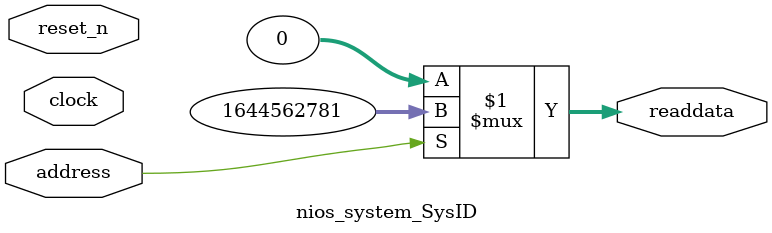
<source format=v>



// synthesis translate_off
`timescale 1ns / 1ps
// synthesis translate_on

// turn off superfluous verilog processor warnings 
// altera message_level Level1 
// altera message_off 10034 10035 10036 10037 10230 10240 10030 

module nios_system_SysID (
               // inputs:
                address,
                clock,
                reset_n,

               // outputs:
                readdata
             )
;

  output  [ 31: 0] readdata;
  input            address;
  input            clock;
  input            reset_n;

  wire    [ 31: 0] readdata;
  //control_slave, which is an e_avalon_slave
  assign readdata = address ? 1644562781 : 0;

endmodule



</source>
